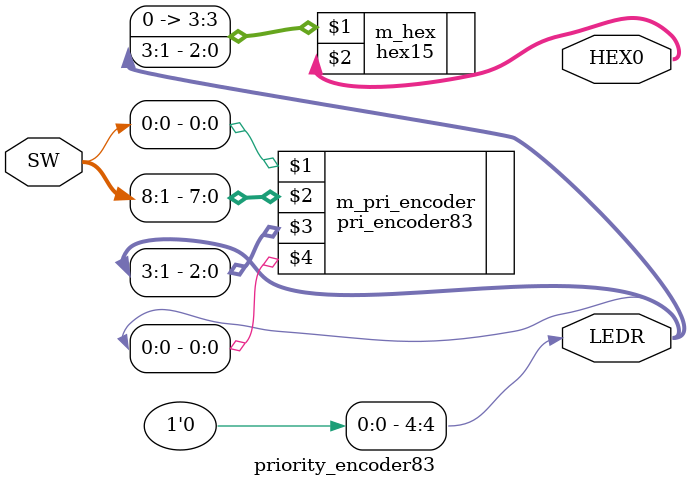
<source format=v>


module priority_encoder83(

	//////////// SW //////////
	input 		     [8:0]		SW,

	//////////// LED //////////
	output		     [4:0]LEDR,

	//////////// Seg7 //////////
	output		     [6:0]		HEX0
);



//=======================================================
//  REG/WIRE declarations
//========================:===============================
assign LEDR[4] = 0;
pri_encoder83 m_pri_encoder(SW[0], SW[8:1], LEDR[3:1], LEDR[0]);
hex15 m_hex(LEDR[4:1], HEX0);

//=======================================================
//  Structural coding
//=======================================================



endmodule

</source>
